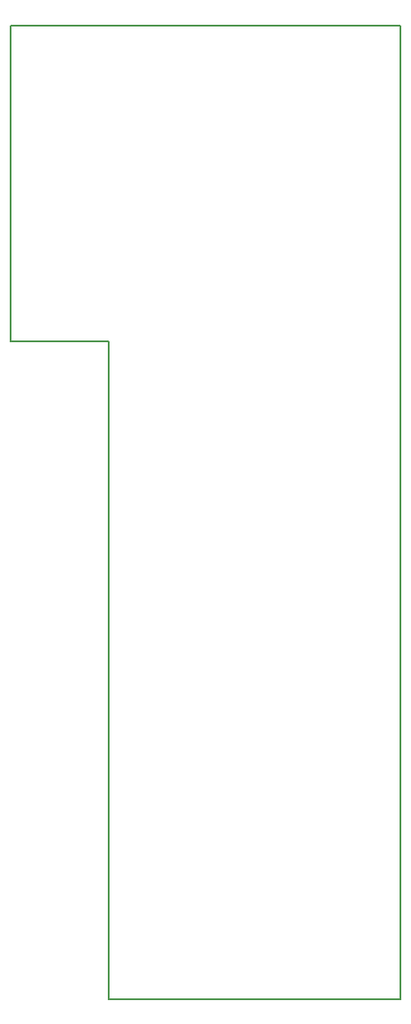
<source format=gbr>
G04 #@! TF.FileFunction,Profile,NP*
%FSLAX46Y46*%
G04 Gerber Fmt 4.6, Leading zero omitted, Abs format (unit mm)*
G04 Created by KiCad (PCBNEW 4.0.5) date Tue Jan 10 23:49:49 2017*
%MOMM*%
%LPD*%
G01*
G04 APERTURE LIST*
%ADD10C,0.100000*%
%ADD11C,0.150000*%
G04 APERTURE END LIST*
D10*
D11*
X96774000Y-64516000D02*
X59436000Y-64516000D01*
X96774000Y-90932000D02*
X96774000Y-64516000D01*
X96774000Y-153924000D02*
X96774000Y-157734000D01*
X59436000Y-94742000D02*
X59436000Y-64516000D01*
X68834000Y-94742000D02*
X59436000Y-94742000D01*
X68834000Y-157734000D02*
X96774000Y-157734000D01*
X68834000Y-94742000D02*
X68834000Y-157734000D01*
X96774000Y-90932000D02*
X96774000Y-153924000D01*
M02*

</source>
